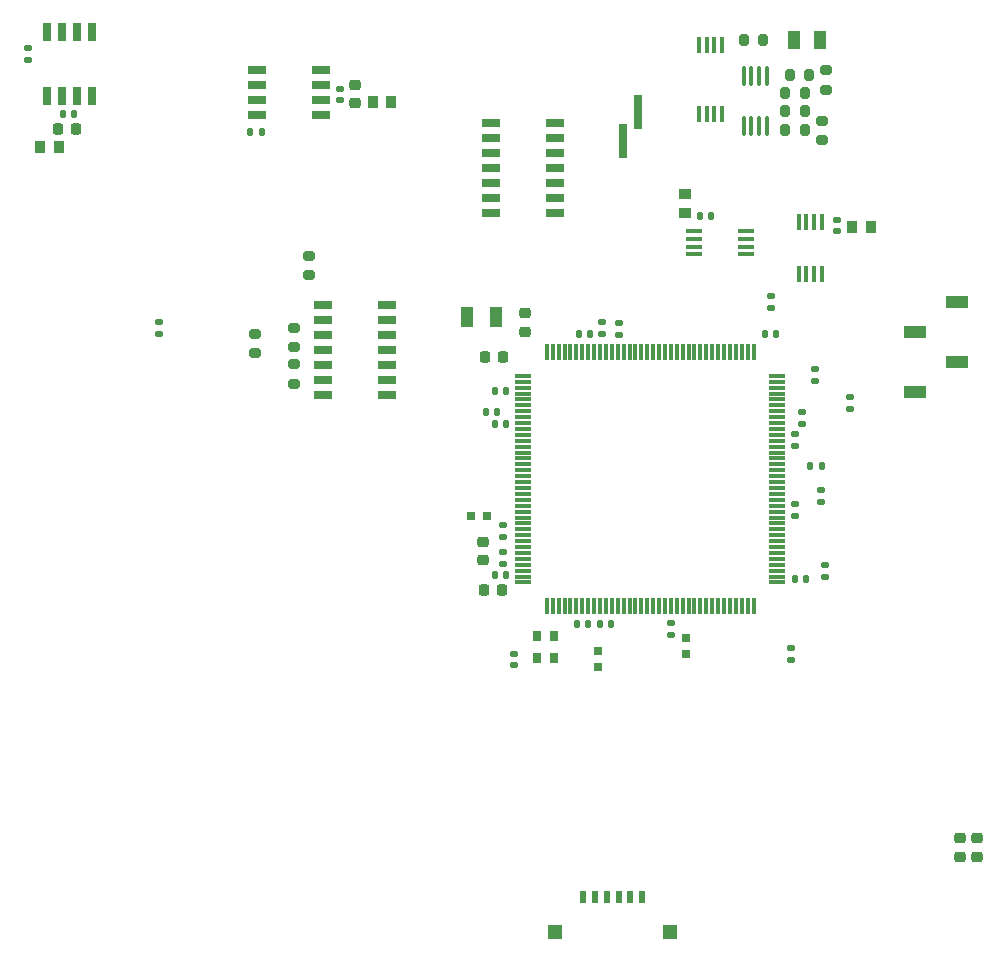
<source format=gbr>
%TF.GenerationSoftware,KiCad,Pcbnew,7.0.5*%
%TF.CreationDate,2024-04-25T22:20:38+03:00*%
%TF.ProjectId,obc-adcs-board,6f62632d-6164-4637-932d-626f6172642e,rev?*%
%TF.SameCoordinates,PX3e2df80PY83e4a60*%
%TF.FileFunction,Paste,Bot*%
%TF.FilePolarity,Positive*%
%FSLAX46Y46*%
G04 Gerber Fmt 4.6, Leading zero omitted, Abs format (unit mm)*
G04 Created by KiCad (PCBNEW 7.0.5) date 2024-04-25 22:20:38*
%MOMM*%
%LPD*%
G01*
G04 APERTURE LIST*
G04 Aperture macros list*
%AMRoundRect*
0 Rectangle with rounded corners*
0 $1 Rounding radius*
0 $2 $3 $4 $5 $6 $7 $8 $9 X,Y pos of 4 corners*
0 Add a 4 corners polygon primitive as box body*
4,1,4,$2,$3,$4,$5,$6,$7,$8,$9,$2,$3,0*
0 Add four circle primitives for the rounded corners*
1,1,$1+$1,$2,$3*
1,1,$1+$1,$4,$5*
1,1,$1+$1,$6,$7*
1,1,$1+$1,$8,$9*
0 Add four rect primitives between the rounded corners*
20,1,$1+$1,$2,$3,$4,$5,0*
20,1,$1+$1,$4,$5,$6,$7,0*
20,1,$1+$1,$6,$7,$8,$9,0*
20,1,$1+$1,$8,$9,$2,$3,0*%
G04 Aperture macros list end*
%ADD10R,0.450000X1.475000*%
%ADD11RoundRect,0.135000X-0.185000X0.135000X-0.185000X-0.135000X0.185000X-0.135000X0.185000X0.135000X0*%
%ADD12R,1.475000X0.300000*%
%ADD13R,0.300000X1.475000*%
%ADD14RoundRect,0.200000X-0.200000X-0.275000X0.200000X-0.275000X0.200000X0.275000X-0.200000X0.275000X0*%
%ADD15RoundRect,0.140000X0.170000X-0.140000X0.170000X0.140000X-0.170000X0.140000X-0.170000X-0.140000X0*%
%ADD16RoundRect,0.135000X0.185000X-0.135000X0.185000X0.135000X-0.185000X0.135000X-0.185000X-0.135000X0*%
%ADD17R,0.550000X1.000000*%
%ADD18R,1.260000X1.300000*%
%ADD19RoundRect,0.225000X0.225000X0.250000X-0.225000X0.250000X-0.225000X-0.250000X0.225000X-0.250000X0*%
%ADD20R,1.525000X0.650000*%
%ADD21RoundRect,0.200000X0.200000X0.275000X-0.200000X0.275000X-0.200000X-0.275000X0.200000X-0.275000X0*%
%ADD22RoundRect,0.140000X-0.170000X0.140000X-0.170000X-0.140000X0.170000X-0.140000X0.170000X0.140000X0*%
%ADD23R,0.650000X1.528000*%
%ADD24R,1.400000X0.450000*%
%ADD25RoundRect,0.100000X-0.100000X0.712500X-0.100000X-0.712500X0.100000X-0.712500X0.100000X0.712500X0*%
%ADD26RoundRect,0.225000X0.250000X-0.225000X0.250000X0.225000X-0.250000X0.225000X-0.250000X-0.225000X0*%
%ADD27RoundRect,0.140000X-0.140000X-0.170000X0.140000X-0.170000X0.140000X0.170000X-0.140000X0.170000X0*%
%ADD28RoundRect,0.225000X-0.250000X0.225000X-0.250000X-0.225000X0.250000X-0.225000X0.250000X0.225000X0*%
%ADD29RoundRect,0.200000X0.275000X-0.200000X0.275000X0.200000X-0.275000X0.200000X-0.275000X-0.200000X0*%
%ADD30R,1.000000X1.800000*%
%ADD31RoundRect,0.140000X0.140000X0.170000X-0.140000X0.170000X-0.140000X-0.170000X0.140000X-0.170000X0*%
%ADD32R,1.905000X1.020000*%
%ADD33R,0.940000X1.010000*%
%ADD34R,0.940000X1.020000*%
%ADD35R,0.450000X1.400000*%
%ADD36R,0.740000X2.870000*%
%ADD37R,1.010000X0.940000*%
%ADD38RoundRect,0.225000X-0.225000X-0.250000X0.225000X-0.250000X0.225000X0.250000X-0.225000X0.250000X0*%
%ADD39R,0.700000X0.650000*%
%ADD40R,0.650000X0.700000*%
%ADD41R,1.000000X1.500000*%
%ADD42RoundRect,0.135000X-0.135000X-0.185000X0.135000X-0.185000X0.135000X0.185000X-0.135000X0.185000X0*%
%ADD43RoundRect,0.200000X-0.275000X0.200000X-0.275000X-0.200000X0.275000X-0.200000X0.275000X0.200000X0*%
%ADD44RoundRect,0.135000X0.135000X0.185000X-0.135000X0.185000X-0.135000X-0.185000X0.135000X-0.185000X0*%
%ADD45R,1.528000X0.650000*%
%ADD46R,0.800000X0.900000*%
G04 APERTURE END LIST*
D10*
%TO.C,Q2*%
X63025000Y79888000D03*
X63675000Y79888000D03*
X64325000Y79888000D03*
X64975000Y79888000D03*
X64975000Y74012000D03*
X64325000Y74012000D03*
X63675000Y74012000D03*
X63025000Y74012000D03*
%TD*%
D11*
%TO.C,R9*%
X70800000Y28770000D03*
X70800000Y27750000D03*
%TD*%
D12*
%TO.C,U14*%
X48162000Y34350000D03*
X48162000Y34850000D03*
X48162000Y35350000D03*
X48162000Y35850000D03*
X48162000Y36350000D03*
X48162000Y36850000D03*
X48162000Y37350000D03*
X48162000Y37850000D03*
X48162000Y38350000D03*
X48162000Y38850000D03*
X48162000Y39350000D03*
X48162000Y39850000D03*
X48162000Y40350000D03*
X48162000Y40850000D03*
X48162000Y41350000D03*
X48162000Y41850000D03*
X48162000Y42350000D03*
X48162000Y42850000D03*
X48162000Y43350000D03*
X48162000Y43850000D03*
X48162000Y44350000D03*
X48162000Y44850000D03*
X48162000Y45350000D03*
X48162000Y45850000D03*
X48162000Y46350000D03*
X48162000Y46850000D03*
X48162000Y47350000D03*
X48162000Y47850000D03*
X48162000Y48350000D03*
X48162000Y48850000D03*
X48162000Y49350000D03*
X48162000Y49850000D03*
X48162000Y50350000D03*
X48162000Y50850000D03*
X48162000Y51350000D03*
X48162000Y51850000D03*
D13*
X50150000Y53838000D03*
X50650000Y53838000D03*
X51150000Y53838000D03*
X51650000Y53838000D03*
X52150000Y53838000D03*
X52650000Y53838000D03*
X53150000Y53838000D03*
X53650000Y53838000D03*
X54150000Y53838000D03*
X54650000Y53838000D03*
X55150000Y53838000D03*
X55650000Y53838000D03*
X56150000Y53838000D03*
X56650000Y53838000D03*
X57150000Y53838000D03*
X57650000Y53838000D03*
X58150000Y53838000D03*
X58650000Y53838000D03*
X59150000Y53838000D03*
X59650000Y53838000D03*
X60150000Y53838000D03*
X60650000Y53838000D03*
X61150000Y53838000D03*
X61650000Y53838000D03*
X62150000Y53838000D03*
X62650000Y53838000D03*
X63150000Y53838000D03*
X63650000Y53838000D03*
X64150000Y53838000D03*
X64650000Y53838000D03*
X65150000Y53838000D03*
X65650000Y53838000D03*
X66150000Y53838000D03*
X66650000Y53838000D03*
X67150000Y53838000D03*
X67650000Y53838000D03*
D12*
X69638000Y51850000D03*
X69638000Y51350000D03*
X69638000Y50850000D03*
X69638000Y50350000D03*
X69638000Y49850000D03*
X69638000Y49350000D03*
X69638000Y48850000D03*
X69638000Y48350000D03*
X69638000Y47850000D03*
X69638000Y47350000D03*
X69638000Y46850000D03*
X69638000Y46350000D03*
X69638000Y45850000D03*
X69638000Y45350000D03*
X69638000Y44850000D03*
X69638000Y44350000D03*
X69638000Y43850000D03*
X69638000Y43350000D03*
X69638000Y42850000D03*
X69638000Y42350000D03*
X69638000Y41850000D03*
X69638000Y41350000D03*
X69638000Y40850000D03*
X69638000Y40350000D03*
X69638000Y39850000D03*
X69638000Y39350000D03*
X69638000Y38850000D03*
X69638000Y38350000D03*
X69638000Y37850000D03*
X69638000Y37350000D03*
X69638000Y36850000D03*
X69638000Y36350000D03*
X69638000Y35850000D03*
X69638000Y35350000D03*
X69638000Y34850000D03*
X69638000Y34350000D03*
D13*
X67650000Y32362000D03*
X67150000Y32362000D03*
X66650000Y32362000D03*
X66150000Y32362000D03*
X65650000Y32362000D03*
X65150000Y32362000D03*
X64650000Y32362000D03*
X64150000Y32362000D03*
X63650000Y32362000D03*
X63150000Y32362000D03*
X62650000Y32362000D03*
X62150000Y32362000D03*
X61650000Y32362000D03*
X61150000Y32362000D03*
X60650000Y32362000D03*
X60150000Y32362000D03*
X59650000Y32362000D03*
X59150000Y32362000D03*
X58650000Y32362000D03*
X58150000Y32362000D03*
X57650000Y32362000D03*
X57150000Y32362000D03*
X56650000Y32362000D03*
X56150000Y32362000D03*
X55650000Y32362000D03*
X55150000Y32362000D03*
X54650000Y32362000D03*
X54150000Y32362000D03*
X53650000Y32362000D03*
X53150000Y32362000D03*
X52650000Y32362000D03*
X52150000Y32362000D03*
X51650000Y32362000D03*
X51150000Y32362000D03*
X50650000Y32362000D03*
X50150000Y32362000D03*
%TD*%
D14*
%TO.C,R32*%
X70325000Y75800000D03*
X71975000Y75800000D03*
%TD*%
D15*
%TO.C,C35*%
X56300000Y55320000D03*
X56300000Y56280000D03*
%TD*%
D16*
%TO.C,R23*%
X75800000Y49015000D03*
X75800000Y50035000D03*
%TD*%
D17*
%TO.C,J20*%
X58225000Y7715000D03*
X57225000Y7715000D03*
X56225000Y7715000D03*
X55225000Y7715000D03*
X54225000Y7715000D03*
X53225000Y7715000D03*
D18*
X60600000Y4725000D03*
X50850000Y4725000D03*
%TD*%
D19*
%TO.C,C21*%
X46425000Y53438000D03*
X44875000Y53438000D03*
%TD*%
D20*
%TO.C,IC8*%
X36637000Y57885000D03*
X36637000Y56615000D03*
X36637000Y55345000D03*
X36637000Y54075000D03*
X36637000Y52805000D03*
X36637000Y51535000D03*
X36637000Y50265000D03*
X31213000Y50265000D03*
X31213000Y51535000D03*
X31213000Y52805000D03*
X31213000Y54075000D03*
X31213000Y55345000D03*
X31213000Y56615000D03*
X31213000Y57885000D03*
%TD*%
D21*
%TO.C,R30*%
X72375000Y77350000D03*
X70725000Y77350000D03*
%TD*%
D16*
%TO.C,R123*%
X6200000Y78590000D03*
X6200000Y79610000D03*
%TD*%
D20*
%TO.C,IC9*%
X50812000Y73235000D03*
X50812000Y71965000D03*
X50812000Y70695000D03*
X50812000Y69425000D03*
X50812000Y68155000D03*
X50812000Y66885000D03*
X50812000Y65615000D03*
X45388000Y65615000D03*
X45388000Y66885000D03*
X45388000Y68155000D03*
X45388000Y69425000D03*
X45388000Y70695000D03*
X45388000Y71965000D03*
X45388000Y73235000D03*
%TD*%
D22*
%TO.C,C19*%
X74750000Y65080000D03*
X74750000Y64120000D03*
%TD*%
D21*
%TO.C,R31*%
X71975000Y72700000D03*
X70325000Y72700000D03*
%TD*%
D19*
%TO.C,C38*%
X46375000Y33750000D03*
X44825000Y33750000D03*
%TD*%
D11*
%TO.C,R10*%
X73710000Y35850000D03*
X73710000Y34830000D03*
%TD*%
D23*
%TO.C,U11*%
X11605000Y75549000D03*
X10335000Y75549000D03*
X9065000Y75549000D03*
X7795000Y75549000D03*
X7795000Y80971000D03*
X9065000Y80971000D03*
X10335000Y80971000D03*
X11605000Y80971000D03*
%TD*%
D24*
%TO.C,U13*%
X67000000Y64075000D03*
X67000000Y63425000D03*
X67000000Y62775000D03*
X67000000Y62125000D03*
X62600000Y62125000D03*
X62600000Y62775000D03*
X62600000Y63425000D03*
X62600000Y64075000D03*
%TD*%
D25*
%TO.C,U15*%
X66825000Y77212500D03*
X67475000Y77212500D03*
X68125000Y77212500D03*
X68775000Y77212500D03*
X68775000Y72987500D03*
X68125000Y72987500D03*
X67475000Y72987500D03*
X66825000Y72987500D03*
%TD*%
D22*
%TO.C,C33*%
X60625000Y30880000D03*
X60625000Y29920000D03*
%TD*%
D26*
%TO.C,C24*%
X48300000Y55575000D03*
X48300000Y57125000D03*
%TD*%
D15*
%TO.C,C40*%
X71150000Y40020000D03*
X71150000Y40980000D03*
%TD*%
D27*
%TO.C,C20*%
X63120000Y65400000D03*
X64080000Y65400000D03*
%TD*%
D22*
%TO.C,C26*%
X46400000Y39180000D03*
X46400000Y38220000D03*
%TD*%
D28*
%TO.C,C30*%
X44750000Y37775000D03*
X44750000Y36225000D03*
%TD*%
D29*
%TO.C,R8*%
X30000000Y60375000D03*
X30000000Y62025000D03*
%TD*%
D27*
%TO.C,C18*%
X9150000Y74020000D03*
X10110000Y74020000D03*
%TD*%
D16*
%TO.C,R20*%
X73400000Y41140000D03*
X73400000Y42160000D03*
%TD*%
D26*
%TO.C,C101*%
X86600000Y11125000D03*
X86600000Y12675000D03*
%TD*%
D27*
%TO.C,C41*%
X71170000Y34650000D03*
X72130000Y34650000D03*
%TD*%
D30*
%TO.C,Y1*%
X43350000Y56800000D03*
X45850000Y56800000D03*
%TD*%
D26*
%TO.C,C92*%
X33900000Y74925000D03*
X33900000Y76475000D03*
%TD*%
D22*
%TO.C,C91*%
X47350000Y28330000D03*
X47350000Y27370000D03*
%TD*%
D31*
%TO.C,C28*%
X45940000Y48810000D03*
X44980000Y48810000D03*
%TD*%
D32*
%TO.C,J18*%
X84878000Y58110000D03*
X81322000Y55570000D03*
X84878000Y53030000D03*
X81322000Y50490000D03*
%TD*%
D33*
%TO.C,F8*%
X77590000Y64450000D03*
X76010000Y64450000D03*
%TD*%
D34*
%TO.C,F7*%
X7260000Y71200000D03*
X8840000Y71200000D03*
%TD*%
D27*
%TO.C,C23*%
X52670000Y30825000D03*
X53630000Y30825000D03*
%TD*%
D35*
%TO.C,U12*%
X73425000Y60450000D03*
X72775000Y60450000D03*
X72125000Y60450000D03*
X71475000Y60450000D03*
X71475000Y64850000D03*
X72125000Y64850000D03*
X72775000Y64850000D03*
X73425000Y64850000D03*
%TD*%
D29*
%TO.C,R16*%
X28700000Y54275000D03*
X28700000Y55925000D03*
%TD*%
D36*
%TO.C,J24*%
X57895000Y74205000D03*
X56625000Y71745000D03*
%TD*%
D27*
%TO.C,C31*%
X52870000Y55350000D03*
X53830000Y55350000D03*
%TD*%
D16*
%TO.C,R24*%
X72850000Y51440000D03*
X72850000Y52460000D03*
%TD*%
D26*
%TO.C,C99*%
X85100000Y11125000D03*
X85100000Y12675000D03*
%TD*%
D37*
%TO.C,F9*%
X61850000Y67240000D03*
X61850000Y65660000D03*
%TD*%
D29*
%TO.C,R29*%
X73450000Y71775000D03*
X73450000Y73425000D03*
%TD*%
D22*
%TO.C,C37*%
X71150000Y46880000D03*
X71150000Y45920000D03*
%TD*%
D38*
%TO.C,C94*%
X8755000Y72770000D03*
X10305000Y72770000D03*
%TD*%
D39*
%TO.C,FL3*%
X61900000Y28325000D03*
X61900000Y29675000D03*
%TD*%
D40*
%TO.C,FL1*%
X43725000Y40000000D03*
X45075000Y40000000D03*
%TD*%
D34*
%TO.C,F6*%
X36990000Y75000000D03*
X35410000Y75000000D03*
%TD*%
D31*
%TO.C,C22*%
X55580000Y30800000D03*
X54620000Y30800000D03*
%TD*%
D41*
%TO.C,F10*%
X73300000Y80250000D03*
X71100000Y80250000D03*
%TD*%
D42*
%TO.C,R122*%
X24990000Y72500000D03*
X26010000Y72500000D03*
%TD*%
D11*
%TO.C,R14*%
X54800000Y56410000D03*
X54800000Y55390000D03*
%TD*%
D16*
%TO.C,R15*%
X69150000Y57590000D03*
X69150000Y58610000D03*
%TD*%
D14*
%TO.C,R33*%
X70325000Y74250000D03*
X71975000Y74250000D03*
%TD*%
D43*
%TO.C,R28*%
X73800000Y77725000D03*
X73800000Y76075000D03*
%TD*%
D31*
%TO.C,C32*%
X46680000Y50550000D03*
X45720000Y50550000D03*
%TD*%
D44*
%TO.C,R26*%
X73460000Y44200000D03*
X72440000Y44200000D03*
%TD*%
D22*
%TO.C,C39*%
X46450000Y36910000D03*
X46450000Y35950000D03*
%TD*%
D31*
%TO.C,C42*%
X46680000Y35000000D03*
X45720000Y35000000D03*
%TD*%
D11*
%TO.C,R11*%
X17300000Y56385000D03*
X17300000Y55365000D03*
%TD*%
D29*
%TO.C,R17*%
X25400000Y53775000D03*
X25400000Y55425000D03*
%TD*%
D45*
%TO.C,U10*%
X31011000Y77705000D03*
X31011000Y76435000D03*
X31011000Y75165000D03*
X31011000Y73895000D03*
X25589000Y73895000D03*
X25589000Y75165000D03*
X25589000Y76435000D03*
X25589000Y77705000D03*
%TD*%
D46*
%TO.C,Y2*%
X49325000Y27975000D03*
X49325000Y29825000D03*
X50775000Y29825000D03*
X50775000Y27975000D03*
%TD*%
D27*
%TO.C,C34*%
X68620000Y55350000D03*
X69580000Y55350000D03*
%TD*%
D15*
%TO.C,C36*%
X71750000Y47795000D03*
X71750000Y48755000D03*
%TD*%
D14*
%TO.C,R34*%
X66825000Y80300000D03*
X68475000Y80300000D03*
%TD*%
D31*
%TO.C,C29*%
X46680000Y47800000D03*
X45720000Y47800000D03*
%TD*%
D39*
%TO.C,FL2*%
X54450000Y27225000D03*
X54450000Y28575000D03*
%TD*%
D29*
%TO.C,R7*%
X28700000Y51175000D03*
X28700000Y52825000D03*
%TD*%
D15*
%TO.C,C17*%
X32600000Y75170000D03*
X32600000Y76130000D03*
%TD*%
M02*

</source>
